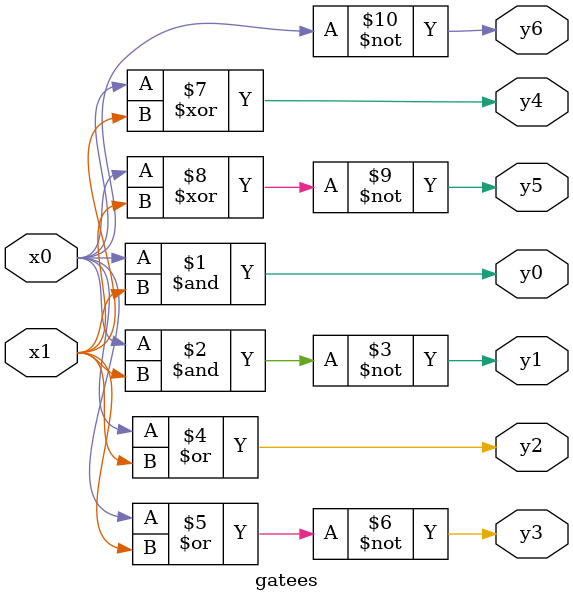
<source format=v>
`timescale 1ns / 1ps

module gatees(
    input x0,
    input x1,
    output y0,
    output y1,
    output y2,
    output y3,
    output y4,
    output y5,
    output y6
    );
    
//    assign y0 = x0 & x1;
//    assign y1 = ~(x0 & x1);
//    assign y2 = x0 | x1;
//    assign y3 = ~(x0 | x1);
//    assign y4 = x0 ^ x1;
//    assign y5 = ~(x0 ^ x1);
//    assign y6 = ~x0;

// Gate Primitive
and(y0,x0,x1);  // gate(output, input, input);
nand(y1,x0,x1);
or(y2,x0,x1);
nor(y3,x0,x1);
xor(y4,x0,x1);
xnor(y5,x0,x1);
not(y6,x0);
    
endmodule

</source>
